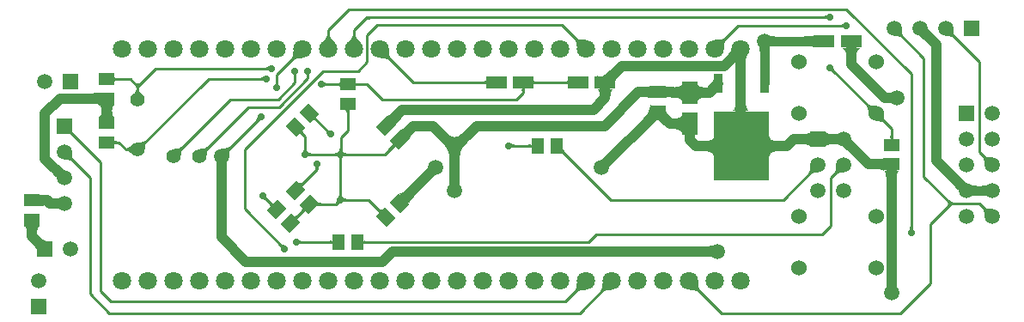
<source format=gbl>
%FSLAX25Y25*%
%MOIN*%
G70*
G01*
G75*
G04 Layer_Physical_Order=2*
G04 Layer_Color=16711680*
%ADD10R,0.05118X0.05906*%
%ADD11R,0.08661X0.05906*%
%ADD12R,0.05906X0.05118*%
G04:AMPARAMS|DCode=13|XSize=9.84mil|YSize=61.02mil|CornerRadius=0mil|HoleSize=0mil|Usage=FLASHONLY|Rotation=45.000|XOffset=0mil|YOffset=0mil|HoleType=Round|Shape=Round|*
%AMOVALD13*
21,1,0.05118,0.00984,0.00000,0.00000,135.0*
1,1,0.00984,0.01810,-0.01810*
1,1,0.00984,-0.01810,0.01810*
%
%ADD13OVALD13*%

G04:AMPARAMS|DCode=14|XSize=9.84mil|YSize=61.02mil|CornerRadius=0mil|HoleSize=0mil|Usage=FLASHONLY|Rotation=315.000|XOffset=0mil|YOffset=0mil|HoleType=Round|Shape=Round|*
%AMOVALD14*
21,1,0.05118,0.00984,0.00000,0.00000,45.0*
1,1,0.00984,-0.01810,-0.01810*
1,1,0.00984,0.01810,0.01810*
%
%ADD14OVALD14*%

%ADD15R,0.08012X0.05906*%
%ADD16R,0.05906X0.08012*%
%ADD17C,0.03937*%
%ADD18C,0.01000*%
%ADD19C,0.06000*%
%ADD20R,0.05906X0.05906*%
%ADD21C,0.05906*%
%ADD22C,0.07087*%
%ADD23R,0.05906X0.05906*%
%ADD24C,0.05512*%
%ADD25C,0.02756*%
G04:AMPARAMS|DCode=26|XSize=59.06mil|YSize=51.18mil|CornerRadius=0mil|HoleSize=0mil|Usage=FLASHONLY|Rotation=315.000|XOffset=0mil|YOffset=0mil|HoleType=Round|Shape=Rectangle|*
%AMROTATEDRECTD26*
4,1,4,-0.03897,0.00278,-0.00278,0.03897,0.03897,-0.00278,0.00278,-0.03897,-0.03897,0.00278,0.0*
%
%ADD26ROTATEDRECTD26*%

G04:AMPARAMS|DCode=27|XSize=59.06mil|YSize=51.18mil|CornerRadius=0mil|HoleSize=0mil|Usage=FLASHONLY|Rotation=45.000|XOffset=0mil|YOffset=0mil|HoleType=Round|Shape=Rectangle|*
%AMROTATEDRECTD27*
4,1,4,-0.00278,-0.03897,-0.03897,-0.00278,0.00278,0.03897,0.03897,0.00278,-0.00278,-0.03897,0.0*
%
%ADD27ROTATEDRECTD27*%

%ADD28R,0.05906X0.08661*%
%ADD29R,0.03740X0.07480*%
%ADD30R,0.21654X0.27165*%
%ADD31R,0.07874X0.05118*%
%ADD32C,0.03740*%
G36*
X137151Y117355D02*
X137134Y117286D01*
X137119Y117183D01*
X137095Y116877D01*
X137072Y115864D01*
X137071Y115527D01*
X133134D01*
X133035Y117391D01*
X137169D01*
X137151Y117355D01*
D02*
G37*
G36*
X286697Y116484D02*
X286459Y116245D01*
X285463Y115122D01*
X285452Y115080D01*
X282479Y117953D01*
X282514Y117965D01*
X282572Y118003D01*
X282652Y118066D01*
X282881Y118266D01*
X283849Y119204D01*
X286697Y116484D01*
D02*
G37*
G36*
X172887Y115366D02*
X172824Y115293D01*
X172769Y115211D01*
X172721Y115120D01*
X172680Y115020D01*
X172647Y114912D01*
X172621Y114794D01*
X172603Y114668D01*
X172592Y114533D01*
X172588Y114389D01*
X171588D01*
X171584Y114533D01*
X171573Y114668D01*
X171555Y114794D01*
X171529Y114912D01*
X171496Y115020D01*
X171455Y115120D01*
X171407Y115211D01*
X171352Y115293D01*
X171289Y115366D01*
X171219Y115430D01*
X172957D01*
X172887Y115366D01*
D02*
G37*
G36*
X431204Y119525D02*
X431395Y119401D01*
X431614Y119292D01*
X431863Y119198D01*
X432142Y119120D01*
X432449Y119056D01*
X432786Y119007D01*
X433546Y118956D01*
X433970Y118953D01*
X431047Y116030D01*
X431044Y116454D01*
X430993Y117215D01*
X430944Y117551D01*
X430880Y117858D01*
X430802Y118137D01*
X430708Y118386D01*
X430599Y118605D01*
X430475Y118796D01*
X430336Y118957D01*
X431043Y119664D01*
X431204Y119525D01*
D02*
G37*
G36*
X168658Y121052D02*
X168755Y120973D01*
X168857Y120903D01*
X168964Y120843D01*
X169074Y120792D01*
X169189Y120750D01*
X169308Y120718D01*
X169431Y120694D01*
X169559Y120680D01*
X169691Y120676D01*
Y119676D01*
X169559Y119671D01*
X169431Y119657D01*
X169308Y119634D01*
X169189Y119602D01*
X169074Y119560D01*
X168964Y119509D01*
X168857Y119448D01*
X168755Y119378D01*
X168658Y119299D01*
X168565Y119211D01*
Y121140D01*
X168658Y121052D01*
D02*
G37*
G36*
X182095Y119098D02*
X182016Y119001D01*
X181947Y118899D01*
X181886Y118793D01*
X181835Y118682D01*
X181793Y118568D01*
X181761Y118448D01*
X181737Y118325D01*
X181723Y118197D01*
X181719Y118065D01*
X180719D01*
X180714Y118197D01*
X180700Y118325D01*
X180677Y118448D01*
X180645Y118568D01*
X180603Y118682D01*
X180552Y118793D01*
X180491Y118899D01*
X180422Y119001D01*
X180343Y119098D01*
X180254Y119192D01*
X182184D01*
X182095Y119098D01*
D02*
G37*
G36*
X76956Y120546D02*
X77007Y119785D01*
X77056Y119449D01*
X77119Y119142D01*
X77198Y118863D01*
X77292Y118614D01*
X77401Y118395D01*
X77525Y118204D01*
X77664Y118043D01*
X76957Y117336D01*
X76796Y117475D01*
X76605Y117599D01*
X76385Y117708D01*
X76136Y117802D01*
X75858Y117880D01*
X75551Y117944D01*
X75214Y117993D01*
X74454Y118044D01*
X74029Y118047D01*
X76953Y120970D01*
X76956Y120546D01*
D02*
G37*
G36*
X392059Y113713D02*
X397941D01*
X397756Y113673D01*
X397591Y113555D01*
X397445Y113358D01*
X397319Y113083D01*
X397212Y112729D01*
X397124Y112295D01*
X397056Y111784D01*
X396978Y110524D01*
X396969Y109776D01*
X393032D01*
X393022Y110524D01*
X392876Y112295D01*
X392788Y112729D01*
X392682Y113083D01*
X392555Y113358D01*
X392409Y113555D01*
X392244Y113673D01*
X392059Y113713D01*
X392020Y113823D01*
X391902Y113921D01*
X391705Y114008D01*
X391429Y114083D01*
X391075Y114147D01*
X390642Y114199D01*
X389540Y114268D01*
X388122Y114291D01*
Y118228D01*
X388870Y118234D01*
X391075Y118373D01*
X391429Y118437D01*
X391705Y118512D01*
X391902Y118599D01*
X392020Y118697D01*
X392059Y118807D01*
Y113713D01*
D02*
G37*
G36*
X166995Y108578D02*
X166863Y108438D01*
X166752Y108306D01*
X166662Y108181D01*
X166594Y108063D01*
X166547Y107953D01*
X166522Y107849D01*
X166517Y107753D01*
X166535Y107664D01*
X166573Y107583D01*
X166633Y107509D01*
X165219Y108923D01*
X165294Y108863D01*
X165375Y108824D01*
X165464Y108807D01*
X165560Y108811D01*
X165663Y108836D01*
X165774Y108883D01*
X165892Y108952D01*
X166016Y109041D01*
X166149Y109152D01*
X166288Y109285D01*
X166995Y108578D01*
D02*
G37*
G36*
X227567Y108109D02*
X223433D01*
X223452Y108145D01*
X223468Y108214D01*
X223483Y108317D01*
X223507Y108623D01*
X223531Y109636D01*
X223532Y109973D01*
X227468D01*
X227567Y108109D01*
D02*
G37*
G36*
X217970Y112047D02*
X217932Y112035D01*
X217871Y111998D01*
X217788Y111936D01*
X217555Y111736D01*
X216822Y111037D01*
X216583Y110799D01*
X213799Y113583D01*
X215047Y114971D01*
X217970Y112047D01*
D02*
G37*
G36*
X376470Y113047D02*
X376046Y113044D01*
X375286Y112993D01*
X374949Y112944D01*
X374642Y112881D01*
X374363Y112802D01*
X374114Y112708D01*
X373895Y112599D01*
X373704Y112475D01*
X373543Y112336D01*
X372836Y113043D01*
X372975Y113204D01*
X373099Y113395D01*
X373208Y113614D01*
X373302Y113864D01*
X373380Y114142D01*
X373444Y114449D01*
X373493Y114786D01*
X373544Y115546D01*
X373547Y115971D01*
X376470Y113047D01*
D02*
G37*
G36*
X366471D02*
X366046Y113044D01*
X365285Y112993D01*
X364949Y112944D01*
X364642Y112881D01*
X364364Y112802D01*
X364114Y112708D01*
X363895Y112599D01*
X363704Y112475D01*
X363543Y112336D01*
X362836Y113043D01*
X362975Y113204D01*
X363099Y113395D01*
X363208Y113614D01*
X363302Y113864D01*
X363381Y114142D01*
X363444Y114449D01*
X363493Y114786D01*
X363544Y115546D01*
X363547Y115971D01*
X366471Y113047D01*
D02*
G37*
G36*
X73971Y113953D02*
X71047Y111030D01*
X71035Y111068D01*
X70998Y111129D01*
X70936Y111212D01*
X70736Y111445D01*
X70037Y112178D01*
X69799Y112417D01*
X72583Y115201D01*
X73971Y113953D01*
D02*
G37*
G36*
X168085Y122154D02*
X168099Y122027D01*
X168122Y121903D01*
X168155Y121784D01*
X168197Y121669D01*
X168248Y121559D01*
X168308Y121452D01*
X168378Y121351D01*
X168457Y121253D01*
X168545Y121160D01*
X166616D01*
X166704Y121253D01*
X166783Y121351D01*
X166853Y121452D01*
X166913Y121559D01*
X166964Y121669D01*
X167006Y121784D01*
X167039Y121903D01*
X167062Y122027D01*
X167076Y122154D01*
X167081Y122287D01*
X168081D01*
X168085Y122154D01*
D02*
G37*
G36*
X100532Y120071D02*
X100256Y120342D01*
X99728Y120800D01*
X99476Y120985D01*
X99233Y121143D01*
X98997Y121271D01*
X98770Y121371D01*
X98550Y121443D01*
X98339Y121486D01*
X98136Y121500D01*
Y122500D01*
X98339Y122514D01*
X98550Y122557D01*
X98770Y122629D01*
X98997Y122729D01*
X99233Y122857D01*
X99476Y123014D01*
X99728Y123200D01*
X99988Y123415D01*
X100532Y123929D01*
Y120071D01*
D02*
G37*
G36*
X267748Y122272D02*
X267734Y122166D01*
X267744Y122050D01*
X267778Y121924D01*
X267836Y121788D01*
X267919Y121641D01*
X268026Y121484D01*
X268158Y121317D01*
X268314Y121140D01*
X268494Y120953D01*
X268181Y119852D01*
X267958Y120068D01*
X267567Y120403D01*
X267398Y120522D01*
X267248Y120608D01*
X267115Y120663D01*
X267001Y120685D01*
X266905Y120676D01*
X266827Y120633D01*
X266767Y120559D01*
X267787Y122367D01*
X267748Y122272D01*
D02*
G37*
G36*
X379465Y125932D02*
X379502Y125871D01*
X379564Y125788D01*
X379764Y125555D01*
X380464Y124822D01*
X380701Y124583D01*
X377917Y121799D01*
X376530Y123047D01*
X379453Y125970D01*
X379465Y125932D01*
D02*
G37*
G36*
X247577Y124376D02*
X247675Y124297D01*
X247777Y124228D01*
X247883Y124167D01*
X247993Y124116D01*
X248108Y124074D01*
X248227Y124042D01*
X248351Y124019D01*
X248479Y124005D01*
X248611Y124000D01*
Y123000D01*
X248479Y122995D01*
X248351Y122981D01*
X248227Y122958D01*
X248108Y122926D01*
X247993Y122884D01*
X247883Y122833D01*
X247777Y122772D01*
X247675Y122703D01*
X247577Y122624D01*
X247484Y122535D01*
Y124465D01*
X247577Y124376D01*
D02*
G37*
G36*
X255225Y122500D02*
X255215Y122595D01*
X255184Y122680D01*
X255134Y122755D01*
X255063Y122820D01*
X254972Y122875D01*
X254860Y122920D01*
X254729Y122955D01*
X254577Y122980D01*
X254405Y122995D01*
X254213Y123000D01*
Y124000D01*
X254405Y124005D01*
X254577Y124020D01*
X254729Y124045D01*
X254860Y124080D01*
X254972Y124125D01*
X255063Y124180D01*
X255134Y124245D01*
X255184Y124320D01*
X255215Y124405D01*
X255225Y124500D01*
Y122500D01*
D02*
G37*
G36*
X105939Y124732D02*
X105806Y124578D01*
X105687Y124399D01*
X105582Y124193D01*
X105492Y123962D01*
X105417Y123704D01*
X105356Y123421D01*
X105309Y123111D01*
X105277Y122776D01*
X105256Y122028D01*
X102528Y124756D01*
X102915Y124759D01*
X103611Y124809D01*
X103921Y124855D01*
X104204Y124917D01*
X104462Y124992D01*
X104693Y125082D01*
X104899Y125187D01*
X105078Y125306D01*
X105232Y125439D01*
X105939Y124732D01*
D02*
G37*
G36*
X325957Y119351D02*
X325918Y119725D01*
X325799Y120060D01*
X325602Y120355D01*
X325325Y120611D01*
X324970Y120827D01*
X324535Y121004D01*
X324022Y121142D01*
X323430Y121241D01*
X322758Y121300D01*
X322008Y121319D01*
Y125256D01*
X322758Y125276D01*
X323430Y125335D01*
X324022Y125434D01*
X324535Y125571D01*
X324970Y125749D01*
X325325Y125965D01*
X325602Y126221D01*
X325799Y126516D01*
X325918Y126851D01*
X325957Y127225D01*
Y119351D01*
D02*
G37*
G36*
X181789Y122257D02*
X181794Y122125D01*
X181807Y121998D01*
X181829Y121874D01*
X181860Y121753D01*
X181900Y121637D01*
X181949Y121524D01*
X182007Y121415D01*
X182073Y121309D01*
X182148Y121207D01*
X182218Y121126D01*
X182296Y121052D01*
X182394Y120973D01*
X182496Y120903D01*
X182602Y120843D01*
X182712Y120792D01*
X182827Y120750D01*
X182946Y120718D01*
X183070Y120694D01*
X183198Y120680D01*
X183330Y120676D01*
Y119676D01*
X183198Y119671D01*
X183070Y119657D01*
X182946Y119634D01*
X182827Y119602D01*
X182712Y119560D01*
X182602Y119509D01*
X182496Y119448D01*
X182394Y119378D01*
X182296Y119299D01*
X182203Y119211D01*
Y121111D01*
X180306Y121208D01*
X180398Y121296D01*
X180480Y121389D01*
X180552Y121487D01*
X180615Y121590D01*
X180668Y121698D01*
X180712Y121811D01*
X180746Y121929D01*
X180770Y122051D01*
X180784Y122179D01*
X180789Y122312D01*
X181789Y122257D01*
D02*
G37*
G36*
X180235Y119211D02*
X180142Y119299D01*
X180044Y119378D01*
X179942Y119448D01*
X179836Y119509D01*
X179726Y119560D01*
X179611Y119602D01*
X179491Y119634D01*
X179368Y119657D01*
X179240Y119671D01*
X179108Y119676D01*
Y120676D01*
X179240Y120680D01*
X179368Y120694D01*
X179491Y120718D01*
X179611Y120750D01*
X179726Y120792D01*
X179836Y120843D01*
X179942Y120903D01*
X180044Y120973D01*
X180142Y121052D01*
X180235Y121140D01*
Y119211D01*
D02*
G37*
G36*
X347602Y126851D02*
X347721Y126516D01*
X347918Y126221D01*
X348195Y125965D01*
X348550Y125749D01*
X348984Y125571D01*
X349498Y125434D01*
X350090Y125335D01*
X350761Y125276D01*
X351512Y125256D01*
Y121319D01*
X350761Y121300D01*
X350090Y121241D01*
X349498Y121142D01*
X348984Y121004D01*
X348550Y120827D01*
X348195Y120611D01*
X347918Y120355D01*
X347721Y120060D01*
X347602Y119725D01*
X347563Y119351D01*
Y127225D01*
X347602Y126851D01*
D02*
G37*
G36*
X129939Y122232D02*
X129806Y122078D01*
X129687Y121899D01*
X129582Y121693D01*
X129492Y121462D01*
X129417Y121204D01*
X129356Y120921D01*
X129309Y120611D01*
X129277Y120276D01*
X129256Y119528D01*
X126528Y122256D01*
X126915Y122259D01*
X127611Y122309D01*
X127921Y122355D01*
X128204Y122417D01*
X128462Y122492D01*
X128693Y122582D01*
X128899Y122687D01*
X129078Y122806D01*
X129232Y122939D01*
X129939Y122232D01*
D02*
G37*
G36*
X119939D02*
X119806Y122078D01*
X119687Y121899D01*
X119582Y121693D01*
X119492Y121462D01*
X119417Y121204D01*
X119355Y120921D01*
X119309Y120611D01*
X119277Y120276D01*
X119256Y119528D01*
X116528Y122256D01*
X116915Y122259D01*
X117611Y122309D01*
X117921Y122355D01*
X118204Y122417D01*
X118462Y122492D01*
X118693Y122582D01*
X118899Y122687D01*
X119078Y122806D01*
X119232Y122939D01*
X119939Y122232D01*
D02*
G37*
G36*
X138777Y122442D02*
X138638Y122281D01*
X138514Y122091D01*
X138405Y121872D01*
X138311Y121623D01*
X138231Y121344D01*
X138166Y121037D01*
X138116Y120699D01*
X138061Y119937D01*
X138055Y119512D01*
X135150Y122452D01*
X135573Y122453D01*
X136332Y122501D01*
X136668Y122548D01*
X136975Y122610D01*
X137253Y122688D01*
X137502Y122781D01*
X137722Y122890D01*
X137912Y123014D01*
X138074Y123154D01*
X138777Y122442D01*
D02*
G37*
G36*
X165077Y86876D02*
X165175Y86797D01*
X165277Y86728D01*
X165383Y86667D01*
X165493Y86616D01*
X165608Y86574D01*
X165727Y86542D01*
X165851Y86519D01*
X165979Y86505D01*
X166111Y86500D01*
Y85500D01*
X165979Y85495D01*
X165851Y85481D01*
X165727Y85458D01*
X165608Y85426D01*
X165493Y85384D01*
X165383Y85333D01*
X165277Y85272D01*
X165175Y85203D01*
X165077Y85124D01*
X164984Y85035D01*
Y86965D01*
X165077Y86876D01*
D02*
G37*
G36*
X190285Y86905D02*
X190316Y86820D01*
X190366Y86745D01*
X190437Y86680D01*
X190528Y86625D01*
X190639Y86580D01*
X190771Y86545D01*
X190923Y86520D01*
X191095Y86505D01*
X191287Y86500D01*
Y85500D01*
X191095Y85495D01*
X190923Y85480D01*
X190771Y85455D01*
X190639Y85420D01*
X190528Y85375D01*
X190437Y85320D01*
X190366Y85255D01*
X190316Y85180D01*
X190285Y85095D01*
X190275Y85000D01*
Y87000D01*
X190285Y86905D01*
D02*
G37*
G36*
X177713Y85000D02*
X177703Y85095D01*
X177673Y85180D01*
X177623Y85255D01*
X177553Y85320D01*
X177463Y85375D01*
X177353Y85420D01*
X177223Y85455D01*
X177073Y85480D01*
X176903Y85495D01*
X176713Y85500D01*
Y86500D01*
X176903Y86505D01*
X177073Y86520D01*
X177223Y86545D01*
X177353Y86580D01*
X177463Y86625D01*
X177553Y86680D01*
X177623Y86745D01*
X177673Y86820D01*
X177703Y86905D01*
X177713Y87000D01*
Y85000D01*
D02*
G37*
G36*
X403255Y91729D02*
X403269Y91601D01*
X403292Y91477D01*
X403324Y91358D01*
X403366Y91243D01*
X403417Y91133D01*
X403478Y91027D01*
X403547Y90925D01*
X403626Y90827D01*
X403715Y90734D01*
X401785D01*
X401874Y90827D01*
X401953Y90925D01*
X402022Y91027D01*
X402083Y91133D01*
X402134Y91243D01*
X402176Y91358D01*
X402208Y91477D01*
X402231Y91601D01*
X402245Y91729D01*
X402250Y91861D01*
X403250D01*
X403255Y91729D01*
D02*
G37*
G36*
X196562Y98863D02*
X196694Y98752D01*
X196819Y98662D01*
X196937Y98594D01*
X197047Y98547D01*
X197151Y98522D01*
X197247Y98517D01*
X197336Y98535D01*
X197417Y98573D01*
X197492Y98633D01*
X196077Y97219D01*
X196137Y97294D01*
X196176Y97375D01*
X196193Y97464D01*
X196189Y97560D01*
X196163Y97663D01*
X196117Y97774D01*
X196048Y97891D01*
X195959Y98017D01*
X195848Y98149D01*
X195715Y98288D01*
X196422Y98995D01*
X196562Y98863D01*
D02*
G37*
G36*
X431204Y99525D02*
X431395Y99401D01*
X431614Y99292D01*
X431863Y99198D01*
X432142Y99120D01*
X432449Y99056D01*
X432786Y99007D01*
X433546Y98956D01*
X433970Y98953D01*
X431047Y96030D01*
X431044Y96454D01*
X430993Y97215D01*
X430944Y97551D01*
X430880Y97858D01*
X430802Y98137D01*
X430708Y98386D01*
X430599Y98605D01*
X430475Y98796D01*
X430336Y98957D01*
X431043Y99664D01*
X431204Y99525D01*
D02*
G37*
G36*
X164785Y95788D02*
X164652Y95649D01*
X164541Y95517D01*
X164452Y95391D01*
X164383Y95274D01*
X164337Y95163D01*
X164311Y95060D01*
X164307Y94964D01*
X164324Y94875D01*
X164363Y94793D01*
X164423Y94719D01*
X163008Y96133D01*
X163083Y96073D01*
X163164Y96035D01*
X163253Y96017D01*
X163349Y96022D01*
X163453Y96047D01*
X163563Y96094D01*
X163681Y96162D01*
X163806Y96252D01*
X163938Y96363D01*
X164078Y96495D01*
X164785Y95788D01*
D02*
G37*
G36*
X320046Y70429D02*
X320103Y69476D01*
X320157Y69058D01*
X320228Y68679D01*
X320316Y68340D01*
X320421Y68038D01*
X320543Y67777D01*
X320681Y67554D01*
X320837Y67370D01*
X320130Y66663D01*
X319946Y66819D01*
X319723Y66957D01*
X319461Y67079D01*
X319161Y67184D01*
X318821Y67272D01*
X318442Y67343D01*
X318024Y67397D01*
X317071Y67454D01*
X316535Y67457D01*
X320043Y70965D01*
X320046Y70429D01*
D02*
G37*
G36*
X286465Y67457D02*
X285929Y67454D01*
X284976Y67397D01*
X284558Y67343D01*
X284179Y67272D01*
X283840Y67184D01*
X283539Y67079D01*
X283277Y66957D01*
X283054Y66819D01*
X282870Y66663D01*
X282163Y67370D01*
X282319Y67554D01*
X282457Y67777D01*
X282579Y68038D01*
X282684Y68340D01*
X282772Y68679D01*
X282843Y69058D01*
X282897Y69476D01*
X282954Y70429D01*
X282957Y70965D01*
X286465Y67457D01*
D02*
G37*
G36*
X276465D02*
X275929Y67454D01*
X274976Y67397D01*
X274558Y67343D01*
X274179Y67272D01*
X273839Y67184D01*
X273538Y67079D01*
X273277Y66957D01*
X273054Y66819D01*
X272870Y66663D01*
X272163Y67370D01*
X272319Y67554D01*
X272458Y67777D01*
X272579Y68038D01*
X272684Y68340D01*
X272772Y68679D01*
X272843Y69058D01*
X272897Y69476D01*
X272954Y70429D01*
X272957Y70965D01*
X276465Y67457D01*
D02*
G37*
G36*
X397067Y68362D02*
X392933D01*
X392952Y68398D01*
X392969Y68468D01*
X392983Y68571D01*
X393007Y68877D01*
X393031Y69889D01*
X393032Y70226D01*
X396969D01*
X397067Y68362D01*
D02*
G37*
G36*
X158458Y85256D02*
X158558Y85176D01*
X158662Y85105D01*
X158769Y85043D01*
X158880Y84992D01*
X158994Y84950D01*
X159112Y84917D01*
X159233Y84895D01*
X159358Y84881D01*
X159486Y84878D01*
X158122Y83514D01*
X158119Y83642D01*
X158106Y83767D01*
X158083Y83888D01*
X158050Y84006D01*
X158008Y84120D01*
X157957Y84231D01*
X157895Y84338D01*
X157825Y84442D01*
X157744Y84542D01*
X157654Y84639D01*
X158361Y85346D01*
X158458Y85256D01*
D02*
G37*
G36*
X64256Y92176D02*
X64091Y92064D01*
X63945Y91879D01*
X63819Y91619D01*
X63712Y91285D01*
X63624Y90876D01*
X63556Y90394D01*
X63507Y89837D01*
X63487Y89153D01*
X63559Y89225D01*
X64223Y88574D01*
X65878Y87118D01*
X66317Y86797D01*
X66701Y86559D01*
X67029Y86403D01*
X67301Y86329D01*
X67518Y86338D01*
X67678Y86429D01*
X63571Y82322D01*
X63662Y82482D01*
X63671Y82699D01*
X63597Y82971D01*
X63441Y83299D01*
X63203Y83683D01*
X62882Y84122D01*
X62479Y84618D01*
X61426Y85777D01*
X60775Y86441D01*
X62835Y88500D01*
X59531D01*
X59522Y89205D01*
X59376Y90876D01*
X59288Y91285D01*
X59181Y91619D01*
X59055Y91879D01*
X58909Y92064D01*
X58744Y92176D01*
X58559Y92213D01*
X64441D01*
X64256Y92176D01*
D02*
G37*
G36*
X325391Y80433D02*
X325355Y80452D01*
X325286Y80468D01*
X325183Y80483D01*
X324877Y80507D01*
X323864Y80531D01*
X323528Y80532D01*
Y84469D01*
X325391Y84567D01*
Y80433D01*
D02*
G37*
G36*
X181723Y104479D02*
X181737Y104351D01*
X181761Y104227D01*
X181793Y104108D01*
X181835Y103993D01*
X181886Y103883D01*
X181947Y103777D01*
X182016Y103675D01*
X182095Y103577D01*
X182184Y103484D01*
X180254D01*
X180343Y103577D01*
X180422Y103675D01*
X180491Y103777D01*
X180552Y103883D01*
X180603Y103993D01*
X180645Y104108D01*
X180677Y104227D01*
X180700Y104351D01*
X180714Y104479D01*
X180719Y104611D01*
X181719D01*
X181723Y104479D01*
D02*
G37*
G36*
X152381Y103858D02*
X152394Y103733D01*
X152417Y103612D01*
X152450Y103494D01*
X152492Y103380D01*
X152543Y103269D01*
X152605Y103162D01*
X152675Y103058D01*
X152756Y102958D01*
X152846Y102861D01*
X152139Y102154D01*
X152042Y102244D01*
X151942Y102324D01*
X151838Y102395D01*
X151731Y102457D01*
X151620Y102508D01*
X151506Y102550D01*
X151388Y102583D01*
X151267Y102605D01*
X151142Y102619D01*
X151014Y102622D01*
X152378Y103986D01*
X152381Y103858D01*
D02*
G37*
G36*
X182296Y103376D02*
X182394Y103297D01*
X182496Y103228D01*
X182602Y103167D01*
X182712Y103116D01*
X182827Y103074D01*
X182946Y103042D01*
X183070Y103019D01*
X183198Y103005D01*
X183330Y103000D01*
Y102000D01*
X183198Y101995D01*
X183070Y101981D01*
X182946Y101958D01*
X182827Y101926D01*
X182712Y101884D01*
X182602Y101833D01*
X182496Y101772D01*
X182394Y101703D01*
X182296Y101624D01*
X182203Y101535D01*
Y103465D01*
X182296Y103376D01*
D02*
G37*
G36*
X426163Y108029D02*
X426248Y107996D01*
X426365Y107966D01*
X426513Y107941D01*
X426903Y107902D01*
X427417Y107878D01*
X428057Y107870D01*
Y104130D01*
X427721Y104128D01*
X426365Y104034D01*
X426248Y104004D01*
X426163Y103971D01*
X426109Y103933D01*
Y108067D01*
X426163Y108029D01*
D02*
G37*
G36*
X423971Y108953D02*
X421047Y106029D01*
X421035Y106068D01*
X420998Y106129D01*
X420936Y106212D01*
X420736Y106445D01*
X420037Y107178D01*
X419799Y107417D01*
X422583Y110201D01*
X423971Y108953D01*
D02*
G37*
G36*
X210121Y104338D02*
X209599Y103802D01*
X208450Y102446D01*
X208206Y102078D01*
X208031Y101752D01*
X207925Y101468D01*
X207889Y101225D01*
X207922Y101025D01*
X208025Y100866D01*
X203866Y105025D01*
X204025Y104922D01*
X204225Y104889D01*
X204468Y104925D01*
X204752Y105031D01*
X205078Y105206D01*
X205446Y105450D01*
X205856Y105764D01*
X206802Y106599D01*
X207338Y107122D01*
X210121Y104338D01*
D02*
G37*
G36*
X431891Y103933D02*
X431837Y103971D01*
X431752Y104004D01*
X431635Y104034D01*
X431487Y104059D01*
X431097Y104098D01*
X430583Y104122D01*
X429943Y104130D01*
Y107870D01*
X430279Y107872D01*
X431635Y107966D01*
X431752Y107996D01*
X431837Y108029D01*
X431891Y108067D01*
Y103933D01*
D02*
G37*
G36*
X64469Y104677D02*
X64553Y104579D01*
X64694Y104492D01*
X64892Y104417D01*
X65145Y104353D01*
X65456Y104301D01*
X65822Y104261D01*
X66724Y104214D01*
X67260Y104209D01*
Y100272D01*
X66724Y100266D01*
X65456Y100179D01*
X65145Y100127D01*
X64892Y100063D01*
X64694Y99988D01*
X64553Y99901D01*
X64469Y99803D01*
X64441Y99693D01*
Y104787D01*
X64469Y104677D01*
D02*
G37*
G36*
X71891Y98933D02*
X71855Y98952D01*
X71786Y98968D01*
X71683Y98983D01*
X71377Y99007D01*
X70364Y99031D01*
X70028Y99032D01*
Y102969D01*
X71891Y103067D01*
Y98933D01*
D02*
G37*
G36*
X167781Y98077D02*
X167707Y98137D01*
X167625Y98176D01*
X167536Y98193D01*
X167440Y98189D01*
X167337Y98163D01*
X167226Y98117D01*
X167109Y98048D01*
X166983Y97959D01*
X166851Y97848D01*
X166712Y97715D01*
X166005Y98422D01*
X166137Y98562D01*
X166248Y98694D01*
X166338Y98819D01*
X166406Y98937D01*
X166453Y99047D01*
X166478Y99151D01*
X166482Y99247D01*
X166465Y99336D01*
X166427Y99417D01*
X166367Y99492D01*
X167781Y98077D01*
D02*
G37*
G36*
X154340Y101374D02*
X154472Y101263D01*
X154597Y101173D01*
X154715Y101105D01*
X154826Y101058D01*
X154929Y101033D01*
X155025Y101028D01*
X155114Y101046D01*
X155195Y101084D01*
X155270Y101144D01*
X153856Y99730D01*
X153916Y99805D01*
X153954Y99886D01*
X153972Y99975D01*
X153967Y100071D01*
X153942Y100174D01*
X153895Y100285D01*
X153827Y100402D01*
X153737Y100528D01*
X153626Y100660D01*
X153494Y100799D01*
X154201Y101506D01*
X154340Y101374D01*
D02*
G37*
G36*
X181205Y101122D02*
X181077Y101119D01*
X180952Y101105D01*
X180831Y101083D01*
X180713Y101050D01*
X180599Y101008D01*
X180488Y100957D01*
X180380Y100895D01*
X180277Y100824D01*
X180177Y100744D01*
X180080Y100654D01*
X179373Y101361D01*
X179463Y101458D01*
X179543Y101558D01*
X179614Y101662D01*
X179676Y101769D01*
X179727Y101880D01*
X179769Y101994D01*
X179802Y102112D01*
X179824Y102233D01*
X179838Y102358D01*
X179841Y102486D01*
X181205Y101122D01*
D02*
G37*
G36*
X172293Y101760D02*
X172319Y101675D01*
X172380Y101600D01*
X172477Y101535D01*
X172609Y101480D01*
X172777Y101435D01*
X172980Y101400D01*
X173219Y101375D01*
X173803Y101355D01*
X173247Y100355D01*
X172987Y100350D01*
X172540Y100310D01*
X172354Y100275D01*
X172191Y100230D01*
X172054Y100175D01*
X171940Y100110D01*
X171851Y100035D01*
X171787Y99950D01*
X171747Y99855D01*
X172303Y101855D01*
X172293Y101760D01*
D02*
G37*
G36*
X417644Y102073D02*
X417795Y101953D01*
X417951Y101847D01*
X418113Y101755D01*
X418280Y101677D01*
X418454Y101613D01*
X418634Y101564D01*
X418819Y101528D01*
X419010Y101507D01*
X419207Y101500D01*
Y100500D01*
X419010Y100493D01*
X418819Y100472D01*
X418634Y100436D01*
X418454Y100387D01*
X418280Y100323D01*
X418113Y100245D01*
X417951Y100154D01*
X417795Y100048D01*
X417644Y99927D01*
X417500Y99793D01*
X416586Y100293D01*
X416713Y100434D01*
X416812Y100576D01*
X416883Y100717D01*
X416925Y100859D01*
X416939Y101000D01*
X416925Y101141D01*
X416883Y101283D01*
X416812Y101424D01*
X416713Y101566D01*
X416586Y101707D01*
X417500Y102207D01*
X417644Y102073D01*
D02*
G37*
G36*
X363559Y123059D02*
X363520Y123244D01*
X363402Y123409D01*
X363205Y123555D01*
X362929Y123681D01*
X362575Y123788D01*
X362142Y123876D01*
X361630Y123944D01*
X360370Y124022D01*
X359622Y124031D01*
Y127969D01*
X360370Y127978D01*
X362142Y128124D01*
X362575Y128212D01*
X362929Y128319D01*
X363205Y128445D01*
X363402Y128591D01*
X363520Y128756D01*
X363559Y128941D01*
Y123059D01*
D02*
G37*
G36*
X169376Y151423D02*
X169297Y151325D01*
X169228Y151223D01*
X169167Y151117D01*
X169116Y151007D01*
X169074Y150892D01*
X169042Y150773D01*
X169019Y150649D01*
X169005Y150521D01*
X169000Y150389D01*
X168000D01*
X167995Y150521D01*
X167981Y150649D01*
X167958Y150773D01*
X167926Y150892D01*
X167884Y151007D01*
X167833Y151117D01*
X167772Y151223D01*
X167703Y151325D01*
X167624Y151423D01*
X167535Y151516D01*
X169465D01*
X169376Y151423D01*
D02*
G37*
G36*
X164376D02*
X164297Y151325D01*
X164228Y151223D01*
X164167Y151117D01*
X164116Y151007D01*
X164074Y150892D01*
X164042Y150773D01*
X164019Y150649D01*
X164005Y150521D01*
X164000Y150389D01*
X163000D01*
X162995Y150521D01*
X162981Y150649D01*
X162958Y150773D01*
X162926Y150892D01*
X162884Y151007D01*
X162833Y151117D01*
X162772Y151223D01*
X162703Y151325D01*
X162624Y151423D01*
X162535Y151516D01*
X164465D01*
X164376Y151423D01*
D02*
G37*
G36*
X290609Y151925D02*
X289767Y151056D01*
X288460Y149525D01*
X287994Y148864D01*
X287653Y148273D01*
X287437Y147751D01*
X287346Y147298D01*
X287381Y146915D01*
X287540Y146601D01*
X287825Y146357D01*
X280879Y150547D01*
X281247Y150386D01*
X281658Y150323D01*
X282110Y150358D01*
X282604Y150490D01*
X283139Y150719D01*
X283717Y151047D01*
X284337Y151471D01*
X284998Y151994D01*
X285702Y152613D01*
X286447Y153331D01*
X290609Y151925D01*
D02*
G37*
G36*
X372631Y153608D02*
X372644Y153483D01*
X372667Y153362D01*
X372700Y153244D01*
X372742Y153130D01*
X372793Y153019D01*
X372855Y152912D01*
X372925Y152808D01*
X373006Y152708D01*
X373096Y152611D01*
X372389Y151904D01*
X372292Y151994D01*
X372192Y152075D01*
X372088Y152145D01*
X371981Y152207D01*
X371870Y152258D01*
X371756Y152300D01*
X371638Y152333D01*
X371517Y152356D01*
X371392Y152369D01*
X371264Y152372D01*
X372628Y153736D01*
X372631Y153608D01*
D02*
G37*
G36*
X166465Y157457D02*
X165929Y157454D01*
X164976Y157397D01*
X164558Y157343D01*
X164179Y157272D01*
X163839Y157184D01*
X163539Y157079D01*
X163277Y156957D01*
X163054Y156819D01*
X162870Y156663D01*
X162163Y157370D01*
X162319Y157554D01*
X162458Y157777D01*
X162579Y158039D01*
X162684Y158340D01*
X162772Y158679D01*
X162843Y159058D01*
X162897Y159476D01*
X162954Y160430D01*
X162957Y160965D01*
X166465Y157457D01*
D02*
G37*
G36*
X335452Y158470D02*
X338980D01*
X338883Y158354D01*
X338796Y158207D01*
X338719Y158030D01*
X338653Y157822D01*
X338597Y157583D01*
X338550Y157314D01*
X338489Y156682D01*
X338474Y156321D01*
X338469Y155928D01*
X334531D01*
X334527Y156238D01*
X334305Y156021D01*
X331522Y158805D01*
X331796Y159087D01*
X332444Y159843D01*
X332602Y160066D01*
X332731Y160275D01*
X332831Y160469D01*
X332902Y160649D01*
X332944Y160814D01*
X332957Y160965D01*
X335452Y158470D01*
D02*
G37*
G36*
X153516Y152535D02*
X153423Y152624D01*
X153325Y152703D01*
X153223Y152772D01*
X153117Y152833D01*
X153007Y152884D01*
X152892Y152926D01*
X152773Y152958D01*
X152649Y152981D01*
X152521Y152995D01*
X152389Y153000D01*
Y154000D01*
X152521Y154005D01*
X152649Y154019D01*
X152773Y154042D01*
X152892Y154074D01*
X153007Y154116D01*
X153117Y154167D01*
X153223Y154228D01*
X153325Y154297D01*
X153423Y154376D01*
X153516Y154465D01*
Y152535D01*
D02*
G37*
G36*
X256023Y148905D02*
X256053Y148820D01*
X256104Y148745D01*
X256175Y148680D01*
X256266Y148625D01*
X256377Y148580D01*
X256509Y148545D01*
X256661Y148520D01*
X256833Y148505D01*
X257025Y148500D01*
Y147500D01*
X256833Y147495D01*
X256661Y147480D01*
X256509Y147455D01*
X256377Y147420D01*
X256266Y147375D01*
X256175Y147320D01*
X256104Y147255D01*
X256053Y147180D01*
X256023Y147095D01*
X256013Y147000D01*
Y149000D01*
X256023Y148905D01*
D02*
G37*
G36*
X237687Y147000D02*
X237677Y147095D01*
X237647Y147180D01*
X237596Y147255D01*
X237525Y147320D01*
X237434Y147375D01*
X237323Y147420D01*
X237191Y147455D01*
X237039Y147480D01*
X236867Y147495D01*
X236675Y147500D01*
Y148500D01*
X236867Y148505D01*
X237039Y148520D01*
X237191Y148545D01*
X237323Y148580D01*
X237434Y148625D01*
X237525Y148680D01*
X237596Y148745D01*
X237647Y148820D01*
X237677Y148905D01*
X237687Y149000D01*
Y147000D01*
D02*
G37*
G36*
X157005Y147979D02*
X157019Y147851D01*
X157042Y147727D01*
X157074Y147608D01*
X157116Y147493D01*
X157167Y147383D01*
X157228Y147277D01*
X157297Y147175D01*
X157376Y147077D01*
X157465Y146984D01*
X155535D01*
X155624Y147077D01*
X155703Y147175D01*
X155772Y147277D01*
X155833Y147383D01*
X155884Y147493D01*
X155926Y147608D01*
X155958Y147727D01*
X155981Y147851D01*
X155995Y147979D01*
X156000Y148111D01*
X157000D01*
X157005Y147979D01*
D02*
G37*
G36*
X269487Y147000D02*
X269477Y147095D01*
X269446Y147180D01*
X269396Y147255D01*
X269325Y147320D01*
X269234Y147375D01*
X269123Y147420D01*
X268991Y147455D01*
X268839Y147480D01*
X268667Y147495D01*
X268475Y147500D01*
Y148500D01*
X268667Y148505D01*
X268839Y148520D01*
X268991Y148545D01*
X269123Y148580D01*
X269234Y148625D01*
X269325Y148680D01*
X269396Y148745D01*
X269446Y148820D01*
X269477Y148905D01*
X269487Y149000D01*
Y147000D01*
D02*
G37*
G36*
X151516Y148535D02*
X151423Y148624D01*
X151325Y148703D01*
X151223Y148772D01*
X151117Y148833D01*
X151007Y148884D01*
X150892Y148926D01*
X150773Y148958D01*
X150649Y148981D01*
X150521Y148995D01*
X150389Y149000D01*
Y150000D01*
X150521Y150005D01*
X150649Y150019D01*
X150773Y150042D01*
X150892Y150074D01*
X151007Y150116D01*
X151117Y150167D01*
X151223Y150228D01*
X151325Y150297D01*
X151423Y150376D01*
X151516Y150465D01*
Y148535D01*
D02*
G37*
G36*
X93439Y150145D02*
X93469Y150060D01*
X93520Y149985D01*
X93591Y149920D01*
X93682Y149865D01*
X93793Y149820D01*
X93925Y149785D01*
X94076Y149760D01*
X94248Y149745D01*
X94441Y149740D01*
Y148740D01*
X94248Y148735D01*
X94076Y148720D01*
X93925Y148695D01*
X93793Y148660D01*
X93682Y148615D01*
X93591Y148560D01*
X93520Y148495D01*
X93469Y148420D01*
X93439Y148335D01*
X93429Y148240D01*
Y150240D01*
X93439Y150145D01*
D02*
G37*
G36*
X103707Y147000D02*
X103573Y146856D01*
X103453Y146705D01*
X103347Y146549D01*
X103255Y146387D01*
X103177Y146220D01*
X103113Y146046D01*
X103064Y145867D01*
X103028Y145681D01*
X103007Y145490D01*
X103007Y145481D01*
X103014Y145373D01*
X103057Y145162D01*
X103129Y144943D01*
X103229Y144715D01*
X103357Y144480D01*
X103515Y144236D01*
X103700Y143985D01*
X103915Y143725D01*
X104429Y143181D01*
X100571D01*
X100842Y143457D01*
X101300Y143985D01*
X101486Y144236D01*
X101643Y144480D01*
X101771Y144715D01*
X101871Y144943D01*
X101943Y145162D01*
X101986Y145373D01*
X101993Y145481D01*
X101993Y145490D01*
X101972Y145681D01*
X101936Y145867D01*
X101887Y146046D01*
X101823Y146220D01*
X101745Y146387D01*
X101654Y146549D01*
X101548Y146705D01*
X101427Y146856D01*
X101293Y147000D01*
X101793Y147914D01*
X101934Y147787D01*
X102076Y147688D01*
X102217Y147617D01*
X102359Y147575D01*
X102500Y147561D01*
X102641Y147575D01*
X102783Y147617D01*
X102924Y147688D01*
X103066Y147787D01*
X103207Y147914D01*
X103707Y147000D01*
D02*
G37*
G36*
X408965Y168932D02*
X409002Y168871D01*
X409064Y168788D01*
X409264Y168555D01*
X409964Y167822D01*
X410201Y167583D01*
X407417Y164799D01*
X406030Y166047D01*
X408953Y168971D01*
X408965Y168932D01*
D02*
G37*
G36*
X187020Y166394D02*
X187079Y166138D01*
X187178Y165866D01*
X187317Y165579D01*
X187495Y165277D01*
X187713Y164959D01*
X187970Y164625D01*
X188604Y163911D01*
X188980Y163530D01*
X184020D01*
X184396Y163911D01*
X185030Y164625D01*
X185287Y164959D01*
X185505Y165277D01*
X185683Y165579D01*
X185822Y165866D01*
X185921Y166138D01*
X185980Y166394D01*
X186000Y166634D01*
X187000D01*
X187020Y166394D01*
D02*
G37*
G36*
X177020D02*
X177079Y166138D01*
X177178Y165866D01*
X177317Y165579D01*
X177495Y165277D01*
X177713Y164959D01*
X177970Y164625D01*
X178604Y163911D01*
X178980Y163530D01*
X174020D01*
X174396Y163911D01*
X175030Y164625D01*
X175287Y164959D01*
X175505Y165277D01*
X175683Y165579D01*
X175822Y165866D01*
X175921Y166138D01*
X175980Y166394D01*
X176000Y166634D01*
X177000D01*
X177020Y166394D01*
D02*
G37*
G36*
X398956Y168546D02*
X399007Y167786D01*
X399056Y167449D01*
X399119Y167142D01*
X399198Y166864D01*
X399292Y166614D01*
X399401Y166395D01*
X399525Y166204D01*
X399664Y166043D01*
X398957Y165336D01*
X398796Y165475D01*
X398605Y165599D01*
X398386Y165708D01*
X398136Y165802D01*
X397858Y165881D01*
X397551Y165944D01*
X397215Y165993D01*
X396454Y166044D01*
X396029Y166047D01*
X398953Y168971D01*
X398956Y168546D01*
D02*
G37*
G36*
X370266Y172535D02*
X370173Y172624D01*
X370075Y172703D01*
X369973Y172772D01*
X369867Y172833D01*
X369757Y172884D01*
X369642Y172926D01*
X369523Y172958D01*
X369399Y172981D01*
X369271Y172995D01*
X369139Y173000D01*
Y174000D01*
X369271Y174005D01*
X369399Y174019D01*
X369523Y174042D01*
X369642Y174074D01*
X369757Y174116D01*
X369867Y174167D01*
X369973Y174228D01*
X370075Y174297D01*
X370173Y174376D01*
X370266Y174465D01*
Y172535D01*
D02*
G37*
G36*
X376516Y169035D02*
X376423Y169124D01*
X376325Y169203D01*
X376223Y169272D01*
X376117Y169333D01*
X376007Y169384D01*
X375892Y169426D01*
X375773Y169458D01*
X375649Y169481D01*
X375521Y169495D01*
X375389Y169500D01*
Y170500D01*
X375521Y170505D01*
X375649Y170519D01*
X375773Y170542D01*
X375892Y170574D01*
X376007Y170616D01*
X376117Y170667D01*
X376223Y170728D01*
X376325Y170797D01*
X376423Y170876D01*
X376516Y170965D01*
Y169035D01*
D02*
G37*
G36*
X418956Y168546D02*
X419007Y167786D01*
X419056Y167449D01*
X419120Y167142D01*
X419198Y166864D01*
X419292Y166614D01*
X419401Y166395D01*
X419525Y166204D01*
X419664Y166043D01*
X418957Y165336D01*
X418796Y165475D01*
X418605Y165599D01*
X418386Y165708D01*
X418137Y165802D01*
X417858Y165881D01*
X417551Y165944D01*
X417214Y165993D01*
X416454Y166044D01*
X416030Y166047D01*
X418953Y168971D01*
X418956Y168546D01*
D02*
G37*
G36*
X347766Y161837D02*
X347732Y161752D01*
X347703Y161635D01*
X347677Y161487D01*
X347638Y161097D01*
X347614Y160583D01*
X347606Y159943D01*
X343866D01*
X343864Y160279D01*
X343770Y161635D01*
X343740Y161752D01*
X343707Y161837D01*
X343669Y161891D01*
X347803D01*
X347766Y161837D01*
D02*
G37*
G36*
X382953Y161414D02*
X382621Y161295D01*
X382327Y161099D01*
X382073Y160823D01*
X381858Y160469D01*
X381682Y160036D01*
X381545Y159524D01*
X381447Y158933D01*
X381388Y158264D01*
X381368Y157516D01*
X377432D01*
X377412Y158264D01*
X377353Y158933D01*
X377255Y159524D01*
X377118Y160036D01*
X376942Y160469D01*
X376727Y160823D01*
X376473Y161099D01*
X376179Y161295D01*
X375847Y161414D01*
X375475Y161453D01*
X383325D01*
X382953Y161414D01*
D02*
G37*
G36*
X200046Y160430D02*
X200103Y159476D01*
X200157Y159058D01*
X200228Y158679D01*
X200316Y158340D01*
X200421Y158039D01*
X200542Y157777D01*
X200681Y157554D01*
X200837Y157370D01*
X200130Y156663D01*
X199946Y156819D01*
X199723Y156957D01*
X199461Y157079D01*
X199161Y157184D01*
X198821Y157272D01*
X198442Y157343D01*
X198024Y157397D01*
X197071Y157454D01*
X196535Y157457D01*
X200043Y160965D01*
X200046Y160430D01*
D02*
G37*
G36*
X273054Y165181D02*
X273277Y165042D01*
X273538Y164921D01*
X273839Y164816D01*
X274179Y164728D01*
X274558Y164657D01*
X274976Y164603D01*
X275929Y164546D01*
X276465Y164543D01*
X272957Y161035D01*
X272954Y161571D01*
X272897Y162524D01*
X272843Y162942D01*
X272772Y163321D01*
X272684Y163661D01*
X272579Y163961D01*
X272458Y164223D01*
X272319Y164446D01*
X272163Y164630D01*
X272870Y165337D01*
X273054Y165181D01*
D02*
G37*
G36*
X347899Y166030D02*
X347985Y165996D01*
X348101Y165966D01*
X348249Y165941D01*
X348639Y165902D01*
X349153Y165878D01*
X349793Y165870D01*
Y162130D01*
X349458Y162128D01*
X348101Y162033D01*
X347985Y162004D01*
X347899Y161970D01*
X347845Y161933D01*
Y166067D01*
X347899Y166030D01*
D02*
G37*
G36*
X364975Y161453D02*
X364938Y161582D01*
X364825Y161697D01*
X364638Y161798D01*
X364377Y161886D01*
X364040Y161961D01*
X363629Y162022D01*
X362581Y162103D01*
X361235Y162130D01*
Y165870D01*
X361946Y165877D01*
X364040Y166039D01*
X364377Y166114D01*
X364638Y166202D01*
X364825Y166303D01*
X364938Y166418D01*
X364975Y166547D01*
Y161453D01*
D02*
G37*
G36*
X330837Y164630D02*
X330681Y164446D01*
X330542Y164223D01*
X330421Y163961D01*
X330316Y163661D01*
X330228Y163321D01*
X330157Y162942D01*
X330103Y162524D01*
X330046Y161571D01*
X330043Y161035D01*
X326535Y164543D01*
X327070Y164546D01*
X328024Y164603D01*
X328442Y164657D01*
X328821Y164728D01*
X329160Y164816D01*
X329462Y164921D01*
X329723Y165042D01*
X329946Y165181D01*
X330130Y165337D01*
X330837Y164630D01*
D02*
G37*
G36*
X304716Y136436D02*
X307189Y138521D01*
X307037Y138323D01*
X306982Y138067D01*
X307022Y137751D01*
X307158Y137377D01*
X307390Y136944D01*
X307717Y136451D01*
X308140Y135899D01*
X309274Y134619D01*
X309937Y133939D01*
X310632Y133957D01*
X311304Y134016D01*
X311896Y134115D01*
X312409Y134252D01*
X312844Y134430D01*
X313199Y134646D01*
X313476Y134902D01*
X313673Y135197D01*
X313792Y135532D01*
X313831Y135906D01*
Y128032D01*
X313792Y128406D01*
X313673Y128741D01*
X313476Y129036D01*
X313199Y129292D01*
X312844Y129508D01*
X312409Y129685D01*
X311896Y129823D01*
X311304Y129922D01*
X310632Y129981D01*
X309882Y130000D01*
Y133813D01*
X306807Y131500D01*
X306106Y132182D01*
X304457Y133577D01*
X303927Y133282D01*
X303376Y132920D01*
X302823Y132502D01*
X302269Y132029D01*
X301713Y131500D01*
X298535Y133890D01*
X299064Y134446D01*
X299537Y135001D01*
X299955Y135554D01*
X300317Y136105D01*
X300623Y136654D01*
X300874Y137202D01*
X301068Y137749D01*
X301208Y138293D01*
X301291Y138837D01*
X301319Y139378D01*
X304716Y136436D01*
D02*
G37*
G36*
X176247Y129756D02*
X176347Y129675D01*
X176451Y129605D01*
X176558Y129543D01*
X176669Y129492D01*
X176783Y129450D01*
X176901Y129417D01*
X177022Y129394D01*
X177147Y129381D01*
X177276Y129378D01*
X175911Y128014D01*
X175908Y128142D01*
X175895Y128267D01*
X175872Y128388D01*
X175840Y128506D01*
X175798Y128620D01*
X175746Y128731D01*
X175685Y128838D01*
X175614Y128942D01*
X175533Y129042D01*
X175443Y129139D01*
X176150Y129846D01*
X176247Y129756D01*
D02*
G37*
G36*
X166573Y129417D02*
X166535Y129336D01*
X166517Y129247D01*
X166522Y129151D01*
X166547Y129047D01*
X166594Y128937D01*
X166662Y128819D01*
X166752Y128694D01*
X166863Y128562D01*
X166995Y128422D01*
X166288Y127715D01*
X166149Y127848D01*
X166016Y127959D01*
X165892Y128048D01*
X165774Y128117D01*
X165663Y128164D01*
X165560Y128189D01*
X165464Y128193D01*
X165375Y128176D01*
X165294Y128137D01*
X165219Y128077D01*
X166633Y129491D01*
X166573Y129417D01*
D02*
G37*
G36*
X210400Y129327D02*
X209875Y128794D01*
X208414Y127137D01*
X208209Y126841D01*
X208067Y126593D01*
X207989Y126392D01*
X207975Y126239D01*
X208025Y126134D01*
X204423Y129736D01*
X204529Y129686D01*
X204682Y129700D01*
X204882Y129778D01*
X205130Y129919D01*
X205426Y130125D01*
X205769Y130394D01*
X206597Y131125D01*
X207616Y132111D01*
X210400Y129327D01*
D02*
G37*
G36*
X171863Y134706D02*
X171824Y134625D01*
X171807Y134536D01*
X171811Y134440D01*
X171836Y134337D01*
X171883Y134226D01*
X171952Y134108D01*
X172041Y133984D01*
X172152Y133851D01*
X172285Y133712D01*
X171578Y133005D01*
X171438Y133137D01*
X171306Y133248D01*
X171181Y133338D01*
X171063Y133406D01*
X170953Y133453D01*
X170849Y133478D01*
X170753Y133483D01*
X170664Y133465D01*
X170583Y133427D01*
X170509Y133367D01*
X171923Y134781D01*
X171863Y134706D01*
D02*
G37*
G36*
X150286Y133294D02*
X150158Y133291D01*
X150033Y133278D01*
X149912Y133255D01*
X149794Y133223D01*
X149680Y133181D01*
X149569Y133129D01*
X149462Y133068D01*
X149358Y132997D01*
X149258Y132916D01*
X149161Y132826D01*
X148454Y133533D01*
X148544Y133630D01*
X148625Y133730D01*
X148695Y133834D01*
X148757Y133941D01*
X148808Y134052D01*
X148850Y134166D01*
X148883Y134284D01*
X148906Y134405D01*
X148919Y134530D01*
X148922Y134659D01*
X150286Y133294D01*
D02*
G37*
G36*
X392003Y135537D02*
X392055Y134761D01*
X392104Y134418D01*
X392168Y134105D01*
X392248Y133821D01*
X392342Y133568D01*
X392452Y133345D01*
X392578Y133152D01*
X392718Y132989D01*
X392011Y132282D01*
X391848Y132422D01*
X391655Y132548D01*
X391432Y132658D01*
X391178Y132752D01*
X390895Y132832D01*
X390582Y132896D01*
X390239Y132945D01*
X389463Y132997D01*
X389030Y133000D01*
X392000Y135970D01*
X392003Y135537D01*
D02*
G37*
G36*
X204146Y123887D02*
X203881Y123862D01*
X203590Y123786D01*
X203275Y123660D01*
X202935Y123484D01*
X202589Y123269D01*
X202781Y123077D01*
X202707Y123137D01*
X202625Y123176D01*
X202536Y123193D01*
X202475Y123191D01*
X202179Y122981D01*
X201324Y122277D01*
X200858Y121849D01*
X200368Y121372D01*
X199661Y122079D01*
X200139Y122569D01*
X201270Y123890D01*
X201480Y124186D01*
X201483Y124247D01*
X201465Y124336D01*
X201427Y124417D01*
X201367Y124492D01*
X201559Y124299D01*
X201773Y124646D01*
X201950Y124986D01*
X202075Y125301D01*
X202151Y125591D01*
X202176Y125856D01*
X204146Y123887D01*
D02*
G37*
G36*
X369480Y128756D02*
X369598Y128591D01*
X369795Y128445D01*
X370071Y128319D01*
X370425Y128212D01*
X370858Y128124D01*
X371370Y128056D01*
X372630Y127978D01*
X372695Y127977D01*
X374391Y128067D01*
Y123933D01*
X374355Y123952D01*
X374286Y123969D01*
X374183Y123983D01*
X373877Y124007D01*
X373021Y124027D01*
X372630Y124022D01*
X370858Y123876D01*
X370425Y123788D01*
X370071Y123681D01*
X369795Y123555D01*
X369598Y123409D01*
X369480Y123244D01*
X369441Y123059D01*
Y128941D01*
X369480Y128756D01*
D02*
G37*
G36*
X93439Y125665D02*
X93469Y125580D01*
X93520Y125505D01*
X93591Y125440D01*
X93682Y125385D01*
X93793Y125340D01*
X93925Y125305D01*
X94076Y125280D01*
X94248Y125265D01*
X94441Y125260D01*
Y124260D01*
X94248Y124255D01*
X94076Y124240D01*
X93925Y124215D01*
X93793Y124180D01*
X93682Y124135D01*
X93591Y124080D01*
X93520Y124015D01*
X93469Y123940D01*
X93439Y123855D01*
X93429Y123760D01*
Y125760D01*
X93439Y125665D01*
D02*
G37*
G36*
X318818Y127641D02*
X318799Y127578D01*
X318782Y127474D01*
X318768Y127328D01*
X318738Y126638D01*
X318728Y125571D01*
X314791D01*
X314681Y127662D01*
X318839D01*
X318818Y127641D01*
D02*
G37*
G36*
X76884Y129396D02*
X76856Y129304D01*
Y129198D01*
X76884Y129077D01*
X76941Y128943D01*
X77026Y128795D01*
X77139Y128632D01*
X77280Y128455D01*
X77648Y128059D01*
X76941Y127352D01*
X76736Y127550D01*
X76368Y127861D01*
X76205Y127974D01*
X76057Y128059D01*
X75923Y128116D01*
X75802Y128144D01*
X75696D01*
X75604Y128116D01*
X75526Y128059D01*
X76941Y129473D01*
X76884Y129396D01*
D02*
G37*
G36*
X230252Y124641D02*
X229724Y124072D01*
X229250Y123481D01*
X228833Y122867D01*
X228471Y122229D01*
X228165Y121569D01*
X227914Y120885D01*
X227719Y120178D01*
X227580Y119448D01*
X227496Y118696D01*
X227468Y117920D01*
X223532D01*
X223504Y118696D01*
X223420Y119448D01*
X223281Y120178D01*
X223086Y120885D01*
X222835Y121569D01*
X222529Y122229D01*
X222167Y122867D01*
X221750Y123481D01*
X221276Y124072D01*
X220748Y124641D01*
X222716Y128240D01*
X223273Y127739D01*
X223830Y127349D01*
X224387Y127071D01*
X224943Y126904D01*
X225500Y126848D01*
X226057Y126904D01*
X226613Y127071D01*
X227170Y127349D01*
X227727Y127739D01*
X228284Y128240D01*
X230252Y124641D01*
D02*
G37*
G36*
X395505Y127097D02*
X395520Y126927D01*
X395545Y126777D01*
X395580Y126647D01*
X395625Y126537D01*
X395680Y126447D01*
X395745Y126377D01*
X395820Y126327D01*
X395905Y126297D01*
X396000Y126287D01*
X394000D01*
X394095Y126297D01*
X394180Y126327D01*
X394255Y126377D01*
X394320Y126447D01*
X394375Y126537D01*
X394420Y126647D01*
X394455Y126777D01*
X394480Y126927D01*
X394495Y127097D01*
X394500Y127287D01*
X395500D01*
X395505Y127097D01*
D02*
G37*
G36*
X253005Y145443D02*
X252920Y145413D01*
X252845Y145363D01*
X252780Y145293D01*
X252725Y145203D01*
X252680Y145093D01*
X252645Y144963D01*
X252620Y144813D01*
X252605Y144643D01*
X252600Y144453D01*
X251600D01*
X251595Y144643D01*
X251580Y144813D01*
X251555Y144963D01*
X251520Y145093D01*
X251475Y145203D01*
X251420Y145293D01*
X251355Y145363D01*
X251280Y145413D01*
X251195Y145443D01*
X251100Y145453D01*
X253100D01*
X253005Y145443D01*
D02*
G37*
G36*
X287152Y145429D02*
X286882Y145322D01*
X286645Y145144D01*
X286439Y144895D01*
X286265Y144574D01*
X286122Y144182D01*
X286011Y143718D01*
X285932Y143183D01*
X285884Y142577D01*
X285869Y141900D01*
X281931D01*
X281916Y142577D01*
X281868Y143183D01*
X281789Y143718D01*
X281678Y144182D01*
X281535Y144574D01*
X281361Y144895D01*
X281155Y145144D01*
X280918Y145322D01*
X280648Y145429D01*
X280347Y145465D01*
X287453D01*
X287152Y145429D01*
D02*
G37*
G36*
X307229Y146748D02*
X307313Y146650D01*
X307453Y146563D01*
X307648Y146488D01*
X307900Y146424D01*
X308208Y146372D01*
X308572Y146332D01*
X309468Y146286D01*
X310000Y146280D01*
Y142343D01*
X309468Y142337D01*
X308208Y142250D01*
X307900Y142198D01*
X307648Y142135D01*
X307453Y142059D01*
X307313Y141973D01*
X307229Y141874D01*
X307201Y141764D01*
Y146858D01*
X307229Y146748D01*
D02*
G37*
G36*
X325925Y143969D02*
X325922Y143818D01*
X325894Y143543D01*
X325870Y143418D01*
X325840Y143302D01*
X325802Y143195D01*
X325757Y143096D01*
X325706Y143006D01*
X325647Y142924D01*
X325582Y142851D01*
X323441Y145631D01*
Y142304D01*
X322730Y142285D01*
X322094Y142229D01*
X321533Y142135D01*
X321047Y142004D01*
X320636Y141836D01*
X320299Y141630D01*
X320037Y141387D01*
X319850Y141107D01*
X319738Y140789D01*
X319701Y140433D01*
Y147914D01*
X319738Y147558D01*
X319850Y147240D01*
X320037Y146960D01*
X320299Y146717D01*
X320636Y146511D01*
X321047Y146343D01*
X321533Y146212D01*
X322094Y146118D01*
X322730Y146062D01*
X323441Y146044D01*
Y146001D01*
X323785Y146350D01*
X325512Y148313D01*
X325698Y148587D01*
X325831Y148821D01*
X325910Y149015D01*
X325937Y149170D01*
X325925Y143969D01*
D02*
G37*
G36*
X174837Y148117D02*
X174935Y148038D01*
X175037Y147968D01*
X175143Y147907D01*
X175253Y147856D01*
X175368Y147815D01*
X175487Y147782D01*
X175611Y147759D01*
X175739Y147745D01*
X175871Y147740D01*
Y146740D01*
X175739Y146736D01*
X175611Y146722D01*
X175487Y146698D01*
X175368Y146666D01*
X175253Y146624D01*
X175143Y146573D01*
X175037Y146512D01*
X174935Y146443D01*
X174837Y146364D01*
X174744Y146276D01*
Y148205D01*
X174837Y148117D01*
D02*
G37*
G36*
X186939Y148145D02*
X186969Y148060D01*
X187020Y147985D01*
X187091Y147920D01*
X187182Y147865D01*
X187293Y147820D01*
X187425Y147785D01*
X187576Y147760D01*
X187749Y147745D01*
X187941Y147740D01*
Y146740D01*
X187749Y146735D01*
X187576Y146720D01*
X187425Y146695D01*
X187293Y146660D01*
X187182Y146615D01*
X187091Y146560D01*
X187020Y146495D01*
X186969Y146420D01*
X186939Y146335D01*
X186929Y146240D01*
Y148240D01*
X186939Y148145D01*
D02*
G37*
G36*
X181071Y146240D02*
X181061Y146335D01*
X181031Y146420D01*
X180980Y146495D01*
X180909Y146560D01*
X180818Y146615D01*
X180707Y146660D01*
X180575Y146695D01*
X180424Y146720D01*
X180252Y146735D01*
X180059Y146740D01*
Y147740D01*
X180252Y147745D01*
X180424Y147760D01*
X180575Y147785D01*
X180707Y147820D01*
X180818Y147865D01*
X180909Y147920D01*
X180980Y147985D01*
X181031Y148060D01*
X181061Y148145D01*
X181071Y148240D01*
Y146240D01*
D02*
G37*
G36*
X386152Y139577D02*
X386345Y139452D01*
X386568Y139342D01*
X386822Y139248D01*
X387105Y139168D01*
X387418Y139104D01*
X387761Y139055D01*
X388537Y139003D01*
X388970Y139000D01*
X386000Y136030D01*
X385997Y136463D01*
X385945Y137239D01*
X385896Y137582D01*
X385832Y137895D01*
X385752Y138179D01*
X385658Y138432D01*
X385548Y138655D01*
X385422Y138848D01*
X385282Y139011D01*
X385989Y139718D01*
X386152Y139577D01*
D02*
G37*
G36*
X205111Y134616D02*
X204586Y134083D01*
X203125Y132426D01*
X202919Y132130D01*
X202778Y131882D01*
X202700Y131682D01*
X202686Y131529D01*
X202736Y131423D01*
X199134Y135025D01*
X199239Y134975D01*
X199392Y134989D01*
X199593Y135067D01*
X199841Y135209D01*
X200136Y135414D01*
X200480Y135684D01*
X201308Y136414D01*
X202327Y137400D01*
X205111Y134616D01*
D02*
G37*
G36*
X87559Y139213D02*
X93441D01*
X93256Y139173D01*
X93091Y139055D01*
X92945Y138858D01*
X92818Y138583D01*
X92712Y138228D01*
X92624Y137795D01*
X92556Y137284D01*
X92547Y137139D01*
X92624Y136205D01*
X92712Y135772D01*
X92818Y135417D01*
X92945Y135142D01*
X93091Y134945D01*
X93256Y134827D01*
X93441Y134787D01*
X87559D01*
X87744Y134827D01*
X87909Y134945D01*
X88055Y135142D01*
X88182Y135417D01*
X88288Y135772D01*
X88376Y136205D01*
X88444Y136716D01*
X88453Y136861D01*
X88376Y137795D01*
X88288Y138228D01*
X88182Y138583D01*
X88055Y138858D01*
X87909Y139055D01*
X87744Y139173D01*
X87559Y139213D01*
X87520Y139323D01*
X87402Y139421D01*
X87205Y139508D01*
X86929Y139583D01*
X86575Y139647D01*
X86142Y139699D01*
X85040Y139768D01*
X83622Y139791D01*
Y143728D01*
X84370Y143734D01*
X86575Y143873D01*
X86929Y143937D01*
X87205Y144012D01*
X87402Y144099D01*
X87520Y144197D01*
X87559Y144307D01*
Y139213D01*
D02*
G37*
G36*
X184905Y137203D02*
X184820Y137173D01*
X184745Y137123D01*
X184680Y137053D01*
X184625Y136963D01*
X184580Y136853D01*
X184545Y136723D01*
X184520Y136573D01*
X184505Y136403D01*
X184500Y136213D01*
X183500D01*
X183495Y136403D01*
X183480Y136573D01*
X183455Y136723D01*
X183420Y136853D01*
X183375Y136963D01*
X183320Y137053D01*
X183255Y137123D01*
X183180Y137173D01*
X183095Y137203D01*
X183000Y137213D01*
X185000D01*
X184905Y137203D01*
D02*
G37*
G36*
X301319Y141764D02*
X301280Y141874D01*
X301162Y141973D01*
X300965Y142059D01*
X300689Y142135D01*
X300335Y142198D01*
X299902Y142250D01*
X298799Y142320D01*
X297382Y142343D01*
Y146280D01*
X298130Y146286D01*
X300335Y146424D01*
X300689Y146488D01*
X300965Y146563D01*
X301162Y146650D01*
X301280Y146748D01*
X301319Y146858D01*
Y141764D01*
D02*
G37*
G36*
X313831Y140492D02*
X313794Y140818D01*
X313683Y141109D01*
X313499Y141366D01*
X313240Y141588D01*
X312908Y141777D01*
X312502Y141931D01*
X312021Y142051D01*
X311467Y142137D01*
X310840Y142188D01*
X310138Y142205D01*
Y146142D01*
X310840Y146159D01*
X311467Y146211D01*
X312021Y146296D01*
X312502Y146416D01*
X312908Y146570D01*
X313240Y146759D01*
X313499Y146981D01*
X313683Y147238D01*
X313794Y147529D01*
X313831Y147855D01*
Y140492D01*
D02*
G37*
G36*
X338488Y140048D02*
X338547Y139378D01*
X338646Y138788D01*
X338784Y138276D01*
X338961Y137843D01*
X339177Y137488D01*
X339433Y137213D01*
X339728Y137016D01*
X340063Y136898D01*
X340437Y136858D01*
X332563D01*
X332937Y136898D01*
X333272Y137016D01*
X333567Y137213D01*
X333823Y137488D01*
X334039Y137843D01*
X334216Y138276D01*
X334354Y138788D01*
X334453Y139378D01*
X334512Y140048D01*
X334531Y140796D01*
X338469D01*
X338488Y140048D01*
D02*
G37*
D10*
X265240Y123500D02*
D03*
X257760D02*
D03*
X180260Y86000D02*
D03*
X187740D02*
D03*
D12*
X90500Y141760D02*
D03*
Y149240D02*
D03*
Y124760D02*
D03*
Y132240D02*
D03*
X184000Y139760D02*
D03*
Y147240D02*
D03*
X304260Y144311D02*
D03*
Y136831D02*
D03*
X395000Y123740D02*
D03*
Y116260D02*
D03*
X61500Y102240D02*
D03*
Y94760D02*
D03*
D17*
X412453Y117547D02*
X424000Y106000D01*
X412453Y117547D02*
Y162547D01*
X296811Y144311D02*
X304260D01*
X283672Y131172D02*
X296811Y144311D01*
X234000Y131172D02*
X283672D01*
X395000Y66254D02*
Y116260D01*
X386240D02*
X395000D01*
X376500Y126000D02*
X386240Y116260D01*
X90500Y133240D02*
Y141760D01*
X66500Y136000D02*
X72260Y141760D01*
X90500D01*
X209462Y131172D02*
X217000D01*
X204145Y125855D02*
X209462Y131172D01*
X205211Y137500D02*
X279500D01*
X198855Y131145D02*
X205211Y137500D01*
X330000Y154500D02*
X336500Y161000D01*
X204145Y101145D02*
X218000Y115000D01*
X366500Y126000D02*
X376500D01*
X316760Y125571D02*
Y131969D01*
X336500Y123548D02*
Y161000D01*
Y123548D02*
X336760Y123288D01*
X319043D02*
X336760D01*
X316760Y125571D02*
X319043Y123288D01*
X310138Y144174D02*
X316760D01*
X310000Y144311D02*
X310138Y144174D01*
X304260Y144311D02*
X310000D01*
X309122Y131969D02*
X316760D01*
X304260Y136831D02*
X309122Y131969D01*
X282500Y115000D02*
Y115071D01*
X304260Y136831D01*
X66500Y118500D02*
X74000Y111000D01*
X66500Y118500D02*
Y136000D01*
X61500Y88500D02*
Y94760D01*
Y88500D02*
X66500Y83500D01*
X61500Y102240D02*
X67260D01*
X68500Y101000D01*
X74000D01*
X336760Y123288D02*
X354288D01*
X357000Y126000D01*
X366500D01*
X225500Y106000D02*
Y122672D01*
X234000Y131172D01*
X217000D02*
X225500Y122672D01*
X283900Y148000D02*
X290400Y154500D01*
X330000D01*
X279500Y137500D02*
X283900Y141900D01*
Y148000D01*
X135102Y87898D02*
Y119500D01*
Y87898D02*
X144500Y78500D01*
X406000Y169000D02*
X412453Y162547D01*
X144500Y78500D02*
X197500D01*
X201500Y82500D01*
X327500D01*
X392400Y142000D02*
X397000D01*
X379400Y155000D02*
X392400Y142000D01*
X379400Y155000D02*
Y164000D01*
D18*
X353000Y102500D02*
X366500Y116000D01*
X286240Y102500D02*
X353000D01*
X265240Y123500D02*
X286240Y102500D01*
X429000Y101000D02*
X434000Y96000D01*
X429000Y121000D02*
X434000Y116000D01*
X429000Y121000D02*
Y156000D01*
X416000Y169000D02*
X429000Y156000D01*
X396000Y169000D02*
X407500Y157500D01*
Y111500D02*
Y157500D01*
Y111500D02*
X418000Y101000D01*
X377500Y176500D02*
X402750Y151250D01*
Y89750D02*
Y151250D01*
X329000Y58500D02*
X398500D01*
X99760Y149240D02*
X102500Y146500D01*
X90500Y149240D02*
X99760D01*
X102500Y141213D02*
Y146500D01*
X389000Y136000D02*
X395000Y130000D01*
Y123740D02*
Y130000D01*
X184500Y176500D02*
X377500D01*
X102500Y146500D02*
X109500Y153500D01*
X154500D01*
X138500Y141500D02*
X157000D01*
X116500Y119500D02*
X138500Y141500D01*
X145500Y138500D02*
X157472D01*
X126500Y119500D02*
X145500Y138500D01*
X98000Y122000D02*
X102500D01*
X95240Y124760D02*
X98000Y122000D01*
X90500Y124760D02*
X95240D01*
X130000Y149500D02*
X152500D01*
X102500Y122000D02*
X130000Y149500D01*
X181219Y102500D02*
X192211D01*
X198855Y95855D01*
X181219Y102500D02*
Y120176D01*
X181289D02*
Y126789D01*
X168500Y149528D02*
Y152500D01*
X163500Y148000D02*
Y152500D01*
X274000Y58500D02*
X286500Y71000D01*
X91500Y58500D02*
X274000D01*
X84000Y66000D02*
X91500Y58500D01*
X198465Y120176D02*
X204145Y125855D01*
X196500Y161000D02*
X209500Y148000D01*
X241600D01*
X316500Y71000D02*
X329000Y58500D01*
X268500Y63000D02*
X276500Y71000D01*
X92000Y63000D02*
X268500D01*
X169145Y136145D02*
X177289Y128000D01*
X156500Y151000D02*
X166500Y161000D01*
X156500Y146000D02*
Y151000D01*
X181219Y120176D02*
X181289D01*
X167581D02*
X181219D01*
X181289Y126789D02*
X184000Y129500D01*
Y137260D01*
X167581Y120176D02*
Y127130D01*
X163855Y130855D02*
X167581Y127130D01*
X371500Y111000D02*
X376500Y116000D01*
X164000Y86000D02*
X180260D01*
X87992Y67008D02*
X92000Y63000D01*
X151000Y104000D02*
X156355Y98645D01*
X163855Y106145D02*
X172088Y114377D01*
X173760Y147240D02*
X184000D01*
X84000Y66000D02*
Y111000D01*
X74000Y121000D02*
X84000Y111000D01*
X74000Y131000D02*
X87992Y117008D01*
Y67008D02*
Y117008D01*
X172088Y114377D02*
Y116500D01*
X157000Y141500D02*
X163500Y148000D01*
X157472Y138500D02*
X168500Y149528D01*
X181289Y120176D02*
X198465D01*
X246500Y123500D02*
X257760D01*
X252100Y148000D02*
X273400D01*
X184000Y147240D02*
X191571D01*
X197311Y141500D01*
X249500D01*
X252100Y144100D01*
Y148000D01*
X176500Y161000D02*
Y168500D01*
X186500Y161000D02*
Y168500D01*
X371500Y92500D02*
Y111000D01*
X144000Y99000D02*
Y122000D01*
Y99000D02*
X159500Y83500D01*
X135102Y119500D02*
X135128D01*
X150300Y134672D01*
X267000Y170500D02*
X276500Y161000D01*
X191500Y156000D02*
Y166500D01*
X195500Y170500D01*
X267000D01*
X176500Y168500D02*
X184500Y176500D01*
X144000Y122000D02*
X174500Y152500D01*
X188000D01*
X191500Y156000D01*
X186500Y168500D02*
X191500Y173500D01*
X192000Y173000D01*
X192500Y173500D01*
X398500Y58500D02*
X410000Y70000D01*
X169145Y100855D02*
X179574D01*
X181219Y102500D01*
X161645Y93355D02*
X169145Y100855D01*
X187740Y86000D02*
X277500D01*
X280500Y89000D01*
X368000D01*
X371500Y92500D01*
X371250Y153750D02*
X389000Y136000D01*
X192500Y173500D02*
X371250D01*
X335500Y170000D02*
X377500D01*
X326500Y161000D02*
X335500Y170000D01*
X410000Y70000D02*
Y93000D01*
X418000Y101000D01*
X429000D01*
D19*
X359000Y136000D02*
D03*
Y156000D02*
D03*
X389000Y136000D02*
D03*
Y156000D02*
D03*
X359000Y76000D02*
D03*
Y96000D02*
D03*
X389000Y76000D02*
D03*
Y96000D02*
D03*
D20*
X424000Y136000D02*
D03*
X74000Y131000D02*
D03*
X366500Y126000D02*
D03*
X64000Y61000D02*
D03*
D21*
X434000Y136000D02*
D03*
X424000Y126000D02*
D03*
X434000D02*
D03*
X424000Y116000D02*
D03*
X434000D02*
D03*
X424000Y106000D02*
D03*
X434000D02*
D03*
X424000Y96000D02*
D03*
X434000D02*
D03*
X74000Y101000D02*
D03*
Y111000D02*
D03*
Y121000D02*
D03*
X416000Y169000D02*
D03*
X406000D02*
D03*
X396000D02*
D03*
X366500Y116000D02*
D03*
Y106000D02*
D03*
X376500Y126000D02*
D03*
Y116000D02*
D03*
Y106000D02*
D03*
X64000Y71000D02*
D03*
X76500Y83500D02*
D03*
X66500Y148500D02*
D03*
X397000Y142000D02*
D03*
X395000Y66254D02*
D03*
X218000Y115000D02*
D03*
X225500Y106000D02*
D03*
X282500Y115000D02*
D03*
X135102Y119500D02*
D03*
X345736Y164000D02*
D03*
X327500Y82500D02*
D03*
D22*
X96500Y161000D02*
D03*
X106500D02*
D03*
X316500D02*
D03*
X326500D02*
D03*
X336500D02*
D03*
X306500D02*
D03*
X296500D02*
D03*
X286500D02*
D03*
X276500D02*
D03*
X266500D02*
D03*
X256500D02*
D03*
X246500D02*
D03*
X236500D02*
D03*
X226500D02*
D03*
X216500D02*
D03*
X206500D02*
D03*
X196500D02*
D03*
X116500D02*
D03*
X126500D02*
D03*
X136500D02*
D03*
X146500D02*
D03*
X156500D02*
D03*
X166500D02*
D03*
X176500D02*
D03*
X186500D02*
D03*
X336500Y71000D02*
D03*
X306500D02*
D03*
X286500D02*
D03*
X276500D02*
D03*
X266500D02*
D03*
X256500D02*
D03*
X246500D02*
D03*
X236500D02*
D03*
X226500D02*
D03*
X216500D02*
D03*
X206500D02*
D03*
X196500D02*
D03*
X186500D02*
D03*
X176500D02*
D03*
X166500D02*
D03*
X156500D02*
D03*
X146500D02*
D03*
X136500D02*
D03*
X126500D02*
D03*
X116500D02*
D03*
X106500D02*
D03*
X96500D02*
D03*
X296500D02*
D03*
X316500D02*
D03*
X326500D02*
D03*
D23*
X426000Y169000D02*
D03*
X66500Y83500D02*
D03*
X76500Y148500D02*
D03*
D24*
X102500Y141213D02*
D03*
Y122000D02*
D03*
X116500Y119500D02*
D03*
X126500D02*
D03*
D25*
X402750Y89750D02*
D03*
X181219Y102500D02*
D03*
X168500Y152500D02*
D03*
X163500D02*
D03*
X177289Y128000D02*
D03*
X156500Y146000D02*
D03*
X181219Y120176D02*
D03*
X167581D02*
D03*
X164000Y86000D02*
D03*
X151000Y104000D02*
D03*
X173760Y147240D02*
D03*
X154500Y153500D02*
D03*
X152500Y149500D02*
D03*
X172088Y116500D02*
D03*
X246500Y123500D02*
D03*
X159500Y83500D02*
D03*
X150300Y134672D02*
D03*
X371250Y153750D02*
D03*
Y173500D02*
D03*
X377500Y170000D02*
D03*
D26*
X198855Y95855D02*
D03*
X204145Y101145D02*
D03*
X163855Y130855D02*
D03*
X169145Y136145D02*
D03*
D27*
X204145Y125855D02*
D03*
X198855Y131145D02*
D03*
X161645Y93355D02*
D03*
X156355Y98645D02*
D03*
X169145Y100855D02*
D03*
X163855Y106145D02*
D03*
D28*
X316760Y144174D02*
D03*
Y131969D02*
D03*
D29*
X327783Y147697D02*
D03*
X345736D02*
D03*
D30*
X336760Y123288D02*
D03*
D31*
X368900Y164000D02*
D03*
X379400D02*
D03*
X273400Y148000D02*
D03*
X283900D02*
D03*
X252100D02*
D03*
X241600D02*
D03*
D32*
X424000Y106000D02*
X434000D01*
X324260Y144174D02*
X327783Y147697D01*
X316760Y144174D02*
X324260D01*
X345736Y147697D02*
Y164000D01*
X368900D01*
M02*

</source>
